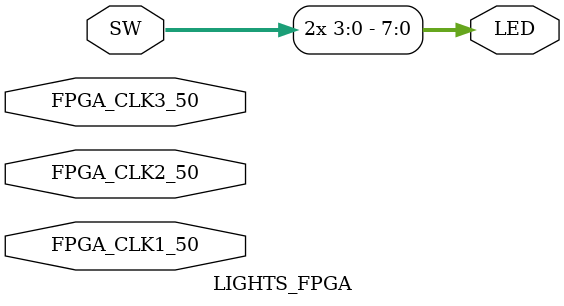
<source format=v>


module LIGHTS_FPGA(

	//////////// CLOCK //////////
	input 		          		FPGA_CLK1_50,
	input 		          		FPGA_CLK2_50,
	input 		          		FPGA_CLK3_50,

	//////////// LED //////////
	output		     [7:0]		LED,

	//////////// SW //////////
	input 		     [3:0]		SW
	
);



//=======================================================
//  REG/WIRE declarations
//=======================================================




//=======================================================
//  Structural coding
//=======================================================

	assign LED = {SW, SW};


endmodule

</source>
